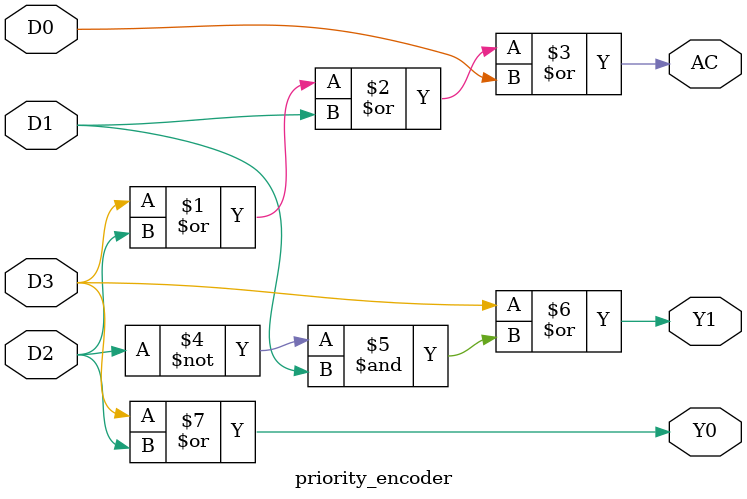
<source format=v>
module priority_encoder(D3,D2,D1,D0,Y1,Y0,AC) ;
input D3,D2,D1,D0;
output Y1,Y0,AC;

assign AC=(D3|D2|D1|D0);
assign Y1=(D3|(~D2&D1));
assign Y0=(D3|D2);
endmodule



//module encoder_4to2_or(A3,A2,A1,A0,E0,E1) ;
//input A0,A1,A2,A3;
//wire E0,E1;
//output E0,E1;

//assign E0=(A2|A3);
//assign E1=(A1|A3);
//endmodule
</source>
